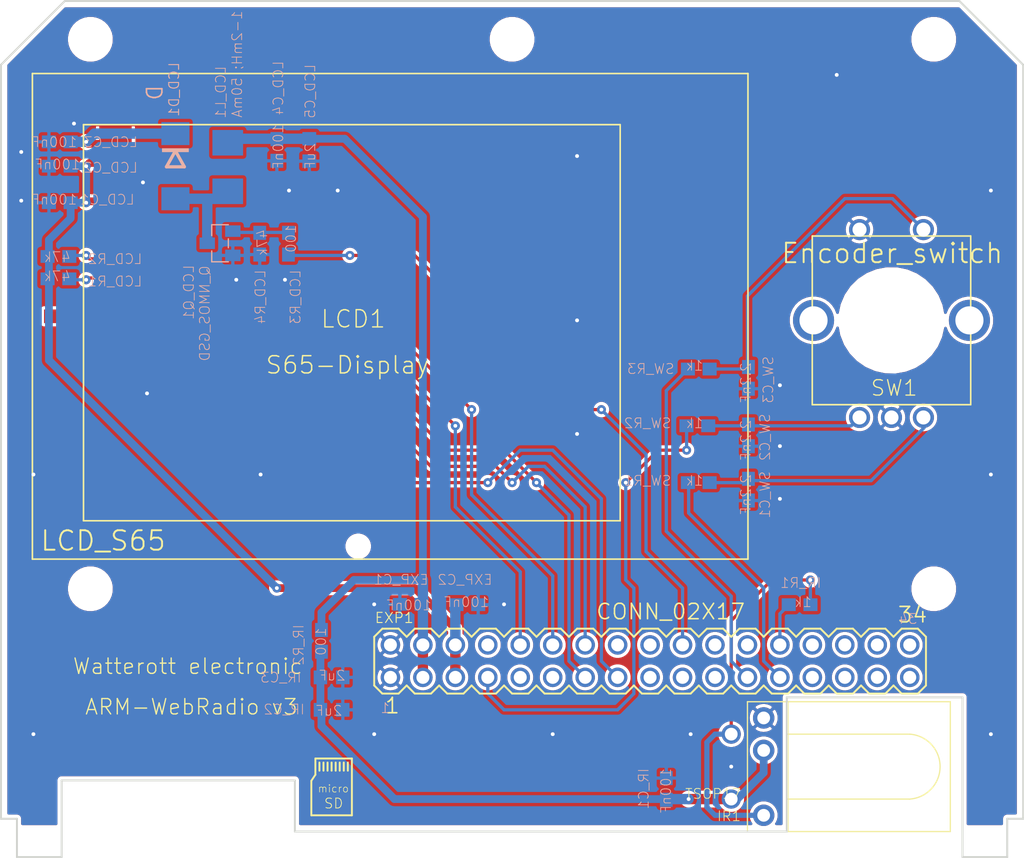
<source format=kicad_pcb>
(kicad_pcb (version 4) (host pcbnew 4.0.2-stable)
  (layers (0 Top signal hide) (31 Bottom signal hide) (34 B.Paste user) (35 F.Paste user) (36 B.SilkS user hide) (37 F.SilkS user) (38 B.Mask user) (39 F.Mask user) (44 Edge.Cuts user))
  (net 0 "")
  (net 1 GND)
  (net 2 +5V)
  (net 3 +3V3)
  (net 4 /ENC-B)
  (net 5 /LCD_SCK)
  (net 6 /LCD_DATA)
  (net 7 /LCD_CS)
  (net 8 /LCD_RESET)
  (net 9 /LCD_RS)
  (net 10 /ENC-SW)
  (net 11 /ENC-A)
  (net 12 /LCD_BACKLIGHT_PWM)
  (net 13 /IR_RX)
  (net 14 "Net-(IR1-PadVS)")
  (net 15 "Net-(IR1-PadVO)")
  (net 16 "Net-(LCD1-PadLED+)")
  (net 17 "Net-(LCD_D1-Pad2)")
  (net 18 "Net-(LCD_Q1-Pad1)")
  (net 19 "Net-(SW1-Pad1)")
  (net 20 "Net-(SW1-Pad3)")
  (net 21 "Net-(SW1-Pad5)")
  (module "" (layer Top) (at 115.5011 74.5036)
    (fp_text reference @HOLE0 hide)
    (fp_text value HOLE hide)
    (pad "" np_thru_hole circle (at 0 0) (size 3 3) (drill 3) (layers *.Cu))
  )
  (module "" (layer Top) (at 148.5011 74.5036)
    (fp_text reference @HOLE1 hide)
    (fp_text value HOLE hide)
    (pad "" np_thru_hole circle (at 0 0) (size 3 3) (drill 3) (layers *.Cu))
  )
  (module "" (layer Top) (at 178.1924 96.4986)
    (fp_text reference @HOLE2 hide)
    (fp_text value HOLE hide)
    (pad "" np_thru_hole circle (at 0 0) (size 7.8 7.8) (drill 7.8) (layers *.Cu))
  )
  (module "" (layer Top) (at 115.5011 117.5036)
    (fp_text reference @HOLE3 hide)
    (fp_text value HOLE hide)
    (pad "" np_thru_hole circle (at 0 0) (size 3 3) (drill 3) (layers *.Cu))
  )
  (module "" (layer Top) (at 181.5011 74.5036)
    (fp_text reference @HOLE4 hide)
    (fp_text value HOLE hide)
    (pad "" np_thru_hole circle (at 0 0) (size 3 3) (drill 3) (layers *.Cu))
  )
  (module "" (layer Top) (at 181.5011 117.5036)
    (fp_text reference @HOLE5 hide)
    (fp_text value HOLE hide)
    (pad "" np_thru_hole circle (at 0 0) (size 3 3) (drill 3) (layers *.Cu))
  )
  (module R0603 (layer Bottom) (at 128.75 90.5 90)
    (fp_text reference LCD_R4 (at -2 0.5 90) (layer B.SilkS) (effects (font (size 0.77216 0.77216) (thickness 0.061772)) (justify left bottom mirror)))
    (fp_text value 47k (at -1 -0.25 270) (layer B.SilkS) (effects (font (size 0.77216 0.77216) (thickness 0.061772)) (justify right top mirror)))
    (pad 1 smd rect (at -0.85 0 90) (size 1.1 1) (layers Bottom B.Paste B.Mask) (net 1 GND))
    (pad 2 smd rect (at 0.85 0 90) (size 1.1 1) (layers Bottom B.Paste B.Mask) (net 18 "Net-(LCD_Q1-Pad1)"))
  )
  (module C0603K (layer Bottom) (at 132.6311 83.1636 270)
    (fp_text reference LCD_C5 (at -2.4136 0.3811 450) (layer B.SilkS) (effects (font (size 0.77216 0.77216) (thickness 0.061772)) (justify right top mirror)))
    (fp_text value 2uF (at 1.5864 0.3811 270) (layer B.SilkS) (effects (font (size 0.77216 0.77216) (thickness 0.061772)) (justify right top mirror)))
    (pad 1 smd rect (at -0.875 0 270) (size 1.05 1.08) (layers Bottom B.Paste B.Mask) (net 2 +5V))
    (pad 2 smd rect (at 0.875 0 270) (size 1.05 1.08) (layers Bottom B.Paste B.Mask) (net 1 GND))
  )
  (module R0603 (layer Bottom) (at 163.1111 109.1986 180)
    (fp_text reference SW_R1 (at 2.1111 -0.3014 360) (layer B.SilkS) (effects (font (size 0.77216 0.77216) (thickness 0.061772)) (justify left bottom mirror)))
    (fp_text value 1k (at -0.3889 -0.3014 360) (layer B.SilkS) (effects (font (size 0.77216 0.77216) (thickness 0.061772)) (justify left bottom mirror)))
    (pad 1 smd rect (at -0.85 0 180) (size 1.1 1) (layers Bottom B.Paste B.Mask) (net 19 "Net-(SW1-Pad1)"))
    (pad 2 smd rect (at 0.85 0 180) (size 1.1 1) (layers Bottom B.Paste B.Mask) (net 11 /ENC-A))
  )
  (module R0603 (layer Bottom) (at 163 104.75)
    (fp_text reference SW_R2 (at -2 0.25 180) (layer B.SilkS) (effects (font (size 0.77216 0.77216) (thickness 0.061772)) (justify left bottom mirror)))
    (fp_text value 1k (at 0.5 0.25 180) (layer B.SilkS) (effects (font (size 0.77216 0.77216) (thickness 0.061772)) (justify left bottom mirror)))
    (pad 1 smd rect (at -0.85 0) (size 1.1 1) (layers Bottom B.Paste B.Mask) (net 4 /ENC-B))
    (pad 2 smd rect (at 0.85 0) (size 1.1 1) (layers Bottom B.Paste B.Mask) (net 20 "Net-(SW1-Pad3)"))
  )
  (module R0603 (layer Bottom) (at 163.1111 100.3086 180)
    (fp_text reference SW_R3 (at 1.8611 -0.4414 360) (layer B.SilkS) (effects (font (size 0.77216 0.77216) (thickness 0.061772)) (justify left bottom mirror)))
    (fp_text value 1k (at -0.3889 -0.1914 360) (layer B.SilkS) (effects (font (size 0.77216 0.77216) (thickness 0.061772)) (justify left bottom mirror)))
    (pad 1 smd rect (at -0.85 0 180) (size 1.1 1) (layers Bottom B.Paste B.Mask) (net 21 "Net-(SW1-Pad5)"))
    (pad 2 smd rect (at 0.85 0 180) (size 1.1 1) (layers Bottom B.Paste B.Mask) (net 10 /ENC-SW))
  )
  (module R0603 (layer Bottom) (at 131 90.5 90)
    (fp_text reference LCD_R3 (at -2 1 270) (layer B.SilkS) (effects (font (size 0.77216 0.77216) (thickness 0.061772)) (justify left bottom mirror)))
    (fp_text value 100 (at -0.75 -0.25 90) (layer B.SilkS) (effects (font (size 0.77216 0.77216) (thickness 0.061772)) (justify right top mirror)))
    (pad 1 smd rect (at -0.85 0 90) (size 1.1 1) (layers Bottom B.Paste B.Mask) (net 12 /LCD_BACKLIGHT_PWM))
    (pad 2 smd rect (at 0.85 0 90) (size 1.1 1) (layers Bottom B.Paste B.Mask) (net 18 "Net-(LCD_Q1-Pad1)"))
  )
  (module C0603 (layer Bottom) (at 113.1048 82.5286 180)
    (fp_text reference LCD_C3 (at -6.1452 -0.4714 360) (layer B.SilkS) (effects (font (size 0.77216 0.77216) (thickness 0.061772)) (justify left bottom mirror)))
    (fp_text value 100nF (at -1.3952 -0.4714 360) (layer B.SilkS) (effects (font (size 0.77216 0.77216) (thickness 0.061772)) (justify left bottom mirror)))
    (pad 1 smd rect (at -0.85 0 180) (size 1.1 1) (layers Bottom B.Paste B.Mask) (net 16 "Net-(LCD1-PadLED+)"))
    (pad 2 smd rect (at 0.85 0 180) (size 1.1 1) (layers Bottom B.Paste B.Mask) (net 1 GND))
  )
  (module C0603 (layer Bottom) (at 113.1049 87.2911 180)
    (fp_text reference LCD_C1 (at -5.8951 -0.2089 360) (layer B.SilkS) (effects (font (size 0.77216 0.77216) (thickness 0.061772)) (justify left bottom mirror)))
    (fp_text value 100nF (at -1.3951 -0.2089 360) (layer B.SilkS) (effects (font (size 0.77216 0.77216) (thickness 0.061772)) (justify left bottom mirror)))
    (pad 1 smd rect (at -0.85 0 180) (size 1.1 1) (layers Bottom B.Paste B.Mask) (net 3 +3V3))
    (pad 2 smd rect (at 0.85 0 180) (size 1.1 1) (layers Bottom B.Paste B.Mask) (net 1 GND))
  )
  (module R0603 (layer Bottom) (at 113 93.25 180)
    (fp_text reference LCD_R1 (at -2.25 0.25 180) (layer B.SilkS) (effects (font (size 0.77216 0.77216) (thickness 0.061772)) (justify right top mirror)))
    (fp_text value 47k (at -1 -0.25 180) (layer B.SilkS) (effects (font (size 0.77216 0.77216) (thickness 0.061772)) (justify left bottom mirror)))
    (pad 1 smd rect (at -0.85 0 180) (size 1.1 1) (layers Bottom B.Paste B.Mask) (net 8 /LCD_RESET))
    (pad 2 smd rect (at 0.85 0 180) (size 1.1 1) (layers Bottom B.Paste B.Mask) (net 3 +3V3))
  )
  (module R0603 (layer Bottom) (at 113 91.5 180)
    (fp_text reference LCD_R2 (at -2.25 0.25 180) (layer B.SilkS) (effects (font (size 0.77216 0.77216) (thickness 0.061772)) (justify right top mirror)))
    (fp_text value 47k (at -1 -0.5 180) (layer B.SilkS) (effects (font (size 0.77216 0.77216) (thickness 0.061772)) (justify left bottom mirror)))
    (pad 1 smd rect (at -0.85 0 180) (size 1.1 1) (layers Bottom B.Paste B.Mask) (net 7 /LCD_CS))
    (pad 2 smd rect (at 0.85 0 180) (size 1.1 1) (layers Bottom B.Paste B.Mask) (net 3 +3V3))
  )
  (module C0603 (layer Bottom) (at 145 118.75)
    (fp_text reference EXP_C2 (at 2 -1.5) (layer B.SilkS) (effects (font (size 0.77216 0.77216) (thickness 0.061772)) (justify left bottom mirror)))
    (fp_text value 100nF (at 1.75 0.25) (layer B.SilkS) (effects (font (size 0.77216 0.77216) (thickness 0.061772)) (justify left bottom mirror)))
    (pad 1 smd rect (at -0.85 0) (size 1.1 1) (layers Bottom B.Paste B.Mask) (net 3 +3V3))
    (pad 2 smd rect (at 0.85 0) (size 1.1 1) (layers Bottom B.Paste B.Mask) (net 1 GND))
  )
  (module C0603 (layer Bottom) (at 140.5686 118.7236 180)
    (fp_text reference EXP_C1 (at -1.4314 1.4736 360) (layer B.SilkS) (effects (font (size 0.77216 0.77216) (thickness 0.061772)) (justify left bottom mirror)))
    (fp_text value 100nF (at -1.6814 -0.5264 360) (layer B.SilkS) (effects (font (size 0.77216 0.77216) (thickness 0.061772)) (justify left bottom mirror)))
    (pad 1 smd rect (at -0.85 0 180) (size 1.1 1) (layers Bottom B.Paste B.Mask) (net 2 +5V))
    (pad 2 smd rect (at 0.85 0 180) (size 1.1 1) (layers Bottom B.Paste B.Mask) (net 1 GND))
  )
  (module C0603 (layer Bottom) (at 167 109.75 270)
    (fp_text reference SW_C1 (at -1.5 -1.75 270) (layer B.SilkS) (effects (font (size 0.77216 0.77216) (thickness 0.061772)) (justify left bottom mirror)))
    (fp_text value 2.2nF (at -1.25 -0.25 270) (layer B.SilkS) (effects (font (size 0.77216 0.77216) (thickness 0.061772)) (justify left bottom mirror)))
    (pad 1 smd rect (at -0.85 0 270) (size 1.1 1) (layers Bottom B.Paste B.Mask) (net 19 "Net-(SW1-Pad1)"))
    (pad 2 smd rect (at 0.85 0 270) (size 1.1 1) (layers Bottom B.Paste B.Mask) (net 1 GND))
  )
  (module C0603 (layer Bottom) (at 167 105.5 270)
    (fp_text reference SW_C2 (at -1.75 -1.75 270) (layer B.SilkS) (effects (font (size 0.77216 0.77216) (thickness 0.061772)) (justify left bottom mirror)))
    (fp_text value 2.2nF (at -1.25 -0.25 270) (layer B.SilkS) (effects (font (size 0.77216 0.77216) (thickness 0.061772)) (justify left bottom mirror)))
    (pad 1 smd rect (at -0.85 0 270) (size 1.1 1) (layers Bottom B.Paste B.Mask) (net 20 "Net-(SW1-Pad3)"))
    (pad 2 smd rect (at 0.85 0 270) (size 1.1 1) (layers Bottom B.Paste B.Mask) (net 1 GND))
  )
  (module C0603 (layer Bottom) (at 167 101 270)
    (fp_text reference SW_C3 (at -1.75 -2 270) (layer B.SilkS) (effects (font (size 0.77216 0.77216) (thickness 0.061772)) (justify left bottom mirror)))
    (fp_text value 2.2nF (at -1.25 -0.25 270) (layer B.SilkS) (effects (font (size 0.77216 0.77216) (thickness 0.061772)) (justify left bottom mirror)))
    (pad 1 smd rect (at -0.85 0 270) (size 1.1 1) (layers Bottom B.Paste B.Mask) (net 21 "Net-(SW1-Pad5)"))
    (pad 2 smd rect (at 0.85 0 270) (size 1.1 1) (layers Bottom B.Paste B.Mask) (net 1 GND))
  )
  (module C0603 (layer Bottom) (at 113.1049 84.4336 180)
    (fp_text reference LCD_C2 (at -6.1451 -0.5664 360) (layer B.SilkS) (effects (font (size 0.77216 0.77216) (thickness 0.061772)) (justify left bottom mirror)))
    (fp_text value 100nF (at -1.6451 -0.3164 360) (layer B.SilkS) (effects (font (size 0.77216 0.77216) (thickness 0.061772)) (justify left bottom mirror)))
    (pad 1 smd rect (at -0.85 0 180) (size 1.1 1) (layers Bottom B.Paste B.Mask) (net 3 +3V3))
    (pad 2 smd rect (at 0.85 0 180) (size 1.1 1) (layers Bottom B.Paste B.Mask) (net 1 GND))
  )
  (module C0603 (layer Bottom) (at 130.0911 83.1636 270)
    (fp_text reference LCD_C4 (at -2.6636 0.3411 450) (layer B.SilkS) (effects (font (size 0.77216 0.77216) (thickness 0.061772)) (justify right top mirror)))
    (fp_text value 100nF (at 1.5864 0.3411 270) (layer B.SilkS) (effects (font (size 0.77216 0.77216) (thickness 0.061772)) (justify right top mirror)))
    (pad 1 smd rect (at -0.85 0 270) (size 1.1 1) (layers Bottom B.Paste B.Mask) (net 2 +5V))
    (pad 2 smd rect (at 0.85 0 270) (size 1.1 1) (layers Bottom B.Paste B.Mask) (net 1 GND))
  )
  (module L4532M (layer Bottom) (at 126.25 84.5 270)
    (fp_text reference LCD_L1 (at -3.75 1 450) (layer B.SilkS) (effects (font (size 0.77216 0.77216) (thickness 0.061772)) (justify right top mirror)))
    (fp_text value "1-2mH; 50mA" (at -3.8164 -0.2811 450) (layer B.SilkS) (effects (font (size 0.77216 0.77216) (thickness 0.061772)) (justify right top mirror)))
    (pad 1 smd rect (at -1.9 0 270) (size 2 2.4) (layers Bottom B.Paste B.Mask) (net 2 +5V))
    (pad 2 smd rect (at 1.9 0 270) (size 2 2.4) (layers Bottom B.Paste B.Mask) (net 17 "Net-(LCD_D1-Pad2)"))
  )
  (module C0603K (layer Bottom) (at 134.3774 126.9786)
    (fp_text reference IR_C2 (at -5.3774 -0.4786) (layer B.SilkS) (effects (font (size 0.77216 0.77216) (thickness 0.061772)) (justify right top mirror)))
    (fp_text value 2uF (at 0.8726 0.5214) (layer B.SilkS) (effects (font (size 0.77216 0.77216) (thickness 0.061772)) (justify left bottom mirror)))
    (pad 1 smd rect (at -0.875 0) (size 1.05 1.08) (layers Bottom B.Paste B.Mask) (net 14 "Net-(IR1-PadVS)"))
    (pad 2 smd rect (at 0.875 0) (size 1.05 1.08) (layers Bottom B.Paste B.Mask) (net 1 GND))
  )
  (module R0603 (layer Bottom) (at 171 118.75)
    (fp_text reference IR_R1 (at 1.75 -1.25 180) (layer B.SilkS) (effects (font (size 0.77216 0.77216) (thickness 0.061772)) (justify left bottom mirror)))
    (fp_text value 1k (at 1 0.25 180) (layer B.SilkS) (effects (font (size 0.77216 0.77216) (thickness 0.061772)) (justify left bottom mirror)))
    (pad 1 smd rect (at -0.85 0) (size 1.1 1) (layers Bottom B.Paste B.Mask) (net 13 /IR_RX))
    (pad 2 smd rect (at 0.85 0) (size 1.1 1) (layers Bottom B.Paste B.Mask) (net 15 "Net-(IR1-PadVO)"))
  )
  (module R0603 (layer Bottom) (at 133.5837 121.5811 90)
    (fp_text reference IR_R2 (at 1.3311 -1.3337 90) (layer B.SilkS) (effects (font (size 0.77216 0.77216) (thickness 0.061772)) (justify left bottom mirror)))
    (fp_text value 100 (at 1.0811 0.4163 90) (layer B.SilkS) (effects (font (size 0.77216 0.77216) (thickness 0.061772)) (justify left bottom mirror)))
    (pad 1 smd rect (at -0.85 0 90) (size 1.1 1) (layers Bottom B.Paste B.Mask) (net 14 "Net-(IR1-PadVS)"))
    (pad 2 smd rect (at 0.85 0 90) (size 1.1 1) (layers Bottom B.Paste B.Mask) (net 2 +5V))
  )
  (module C0603 (layer Bottom) (at 160.5711 133.1698 90)
    (fp_text reference IR_C1 (at 1.6698 -1.3211 270) (layer B.SilkS) (effects (font (size 0.77216 0.77216) (thickness 0.061772)) (justify left bottom mirror)))
    (fp_text value 100nF (at 1.6698 0.4289 270) (layer B.SilkS) (effects (font (size 0.77216 0.77216) (thickness 0.061772)) (justify left bottom mirror)))
    (pad 1 smd rect (at -0.85 0 90) (size 1.1 1) (layers Bottom B.Paste B.Mask) (net 14 "Net-(IR1-PadVS)"))
    (pad 2 smd rect (at 0.85 0 90) (size 1.1 1) (layers Bottom B.Paste B.Mask) (net 1 GND))
  )
  (module TSOP17 (layer Top) (at 168.1911 131.4236)
    (fp_text reference IR1 (at -3.6911 4.3264) (layer F.SilkS) (effects (font (size 0.77216 0.77216) (thickness 0.061772)) (justify left bottom)))
    (fp_text value TSOP17 (at -6.1911 2.5764) (layer F.SilkS) (effects (font (size 0.77216 0.77216) (thickness 0.061772)) (justify left bottom)))
    (pad GND thru_hole circle (at 0 -3.81) (size 1.6764 1.6764) (drill 1) (layers *.Cu *.Mask) (net 1 GND))
    (pad VS thru_hole circle (at 0 -1.27) (size 1.6764 1.6764) (drill 1) (layers *.Cu *.Mask) (net 14 "Net-(IR1-PadVS)"))
    (pad VO thru_hole circle (at 0 3.81) (size 1.6764 1.6764) (drill 1) (layers *.Cu *.Mask) (net 15 "Net-(IR1-PadVO)"))
  )
  (module C0603K (layer Bottom) (at 134.3774 124.4386)
    (fp_text reference IR_C3 (at -5.6274 -0.4386) (layer B.SilkS) (effects (font (size 0.77216 0.77216) (thickness 0.061772)) (justify right top mirror)))
    (fp_text value 2uF (at 1.1226 0.3114) (layer B.SilkS) (effects (font (size 0.77216 0.77216) (thickness 0.061772)) (justify left bottom mirror)))
    (pad 1 smd rect (at -0.875 0) (size 1.05 1.08) (layers Bottom B.Paste B.Mask) (net 14 "Net-(IR1-PadVS)"))
    (pad 2 smd rect (at 0.875 0) (size 1.05 1.08) (layers Bottom B.Paste B.Mask) (net 1 GND))
  )
  (module MICRO3 (layer Bottom) (at 125.6461 90.4661 270)
    (fp_text reference LCD_Q1 (at 6.0339 2.8961 270) (layer B.SilkS) (effects (font (size 0.77216 0.77216) (thickness 0.061772)) (justify right top mirror)))
    (fp_text value Q_NMOS_GSD (at 9.2839 1.6461 270) (layer B.SilkS) (effects (font (size 0.77216 0.77216) (thickness 0.061772)) (justify right top mirror)))
    (pad 1 smd rect (at -0.95 -1 270) (size 0.9 1.2) (layers Bottom B.Paste B.Mask) (net 18 "Net-(LCD_Q1-Pad1)"))
    (pad 2 smd rect (at 0.95 -1 270) (size 0.9 1.2) (layers Bottom B.Paste B.Mask) (net 1 GND))
    (pad 3 smd rect (at 0 1 270) (size 0.9 1.2) (layers Bottom B.Paste B.Mask) (net 17 "Net-(LCD_D1-Pad2)"))
  )
  (module MA17-2 (layer Top) (at 159.3011 123.1685)
    (fp_text reference EXP1 (at -21.59 -2.921) (layer F.SilkS) (effects (font (size 0.79629 0.79629) (thickness 0.079629)) (justify left bottom)))
    (fp_text value CONN_02X17 (at -4.3011 -3.1685) (layer F.SilkS) (effects (font (size 1.2065 1.2065) (thickness 0.12065)) (justify left bottom)))
    (fp_text user 1 (at -20.828 4.191) (layer F.SilkS) (effects (font (size 1.2065 1.2065) (thickness 0.127)) (justify left bottom)))
    (fp_text user 34 (at 19.304 -2.921) (layer F.SilkS) (effects (font (size 1.2065 1.2065) (thickness 0.127)) (justify left bottom)))
    (pad 1 thru_hole circle (at -20.32 1.27) (size 1.524 1.524) (drill 1.016) (layers *.Cu *.Mask) (net 1 GND))
    (pad 3 thru_hole circle (at -17.78 1.27) (size 1.524 1.524) (drill 1.016) (layers *.Cu *.Mask) (net 2 +5V))
    (pad 5 thru_hole circle (at -15.24 1.27) (size 1.524 1.524) (drill 1.016) (layers *.Cu *.Mask) (net 3 +3V3))
    (pad 7 thru_hole circle (at -12.7 1.27) (size 1.524 1.524) (drill 1.016) (layers *.Cu *.Mask) (net 4 /ENC-B))
    (pad 9 thru_hole circle (at -10.16 1.27) (size 1.524 1.524) (drill 1.016) (layers *.Cu *.Mask))
    (pad 11 thru_hole circle (at -7.62 1.27) (size 1.524 1.524) (drill 1.016) (layers *.Cu *.Mask))
    (pad 2 thru_hole circle (at -20.32 -1.27) (size 1.524 1.524) (drill 1.016) (layers *.Cu *.Mask) (net 1 GND))
    (pad 4 thru_hole circle (at -17.78 -1.27) (size 1.524 1.524) (drill 1.016) (layers *.Cu *.Mask) (net 2 +5V))
    (pad 6 thru_hole circle (at -15.24 -1.27) (size 1.524 1.524) (drill 1.016) (layers *.Cu *.Mask) (net 3 +3V3))
    (pad 8 thru_hole circle (at -12.7 -1.27) (size 1.524 1.524) (drill 1.016) (layers *.Cu *.Mask))
    (pad 10 thru_hole circle (at -10.16 -1.27) (size 1.524 1.524) (drill 1.016) (layers *.Cu *.Mask) (net 5 /LCD_SCK))
    (pad 12 thru_hole circle (at -7.62 -1.27) (size 1.524 1.524) (drill 1.016) (layers *.Cu *.Mask) (net 6 /LCD_DATA))
    (pad 13 thru_hole circle (at -5.08 1.27) (size 1.524 1.524) (drill 1.016) (layers *.Cu *.Mask) (net 7 /LCD_CS))
    (pad 14 thru_hole circle (at -5.08 -1.27) (size 1.524 1.524) (drill 1.016) (layers *.Cu *.Mask) (net 8 /LCD_RESET))
    (pad 15 thru_hole circle (at -2.54 1.27) (size 1.524 1.524) (drill 1.016) (layers *.Cu *.Mask) (net 9 /LCD_RS))
    (pad 17 thru_hole circle (at 0 1.27) (size 1.524 1.524) (drill 1.016) (layers *.Cu *.Mask))
    (pad 19 thru_hole circle (at 2.54 1.27) (size 1.524 1.524) (drill 1.016) (layers *.Cu *.Mask))
    (pad 21 thru_hole circle (at 5.08 1.27) (size 1.524 1.524) (drill 1.016) (layers *.Cu *.Mask))
    (pad 23 thru_hole circle (at 7.62 1.27) (size 1.524 1.524) (drill 1.016) (layers *.Cu *.Mask) (net 10 /ENC-SW))
    (pad 25 thru_hole circle (at 10.16 1.27) (size 1.524 1.524) (drill 1.016) (layers *.Cu *.Mask) (net 11 /ENC-A))
    (pad 16 thru_hole circle (at -2.54 -1.27) (size 1.524 1.524) (drill 1.016) (layers *.Cu *.Mask))
    (pad 18 thru_hole circle (at 0 -1.27) (size 1.524 1.524) (drill 1.016) (layers *.Cu *.Mask))
    (pad 20 thru_hole circle (at 2.54 -1.27) (size 1.524 1.524) (drill 1.016) (layers *.Cu *.Mask) (net 12 /LCD_BACKLIGHT_PWM))
    (pad 22 thru_hole circle (at 5.08 -1.27) (size 1.524 1.524) (drill 1.016) (layers *.Cu *.Mask))
    (pad 24 thru_hole circle (at 7.62 -1.27) (size 1.524 1.524) (drill 1.016) (layers *.Cu *.Mask))
    (pad 26 thru_hole circle (at 10.16 -1.27) (size 1.524 1.524) (drill 1.016) (layers *.Cu *.Mask) (net 13 /IR_RX))
    (pad 27 thru_hole circle (at 12.7 1.27) (size 1.524 1.524) (drill 1.016) (layers *.Cu *.Mask))
    (pad 28 thru_hole circle (at 12.7 -1.27) (size 1.524 1.524) (drill 1.016) (layers *.Cu *.Mask))
    (pad 29 thru_hole circle (at 15.24 1.27) (size 1.524 1.524) (drill 1.016) (layers *.Cu *.Mask))
    (pad 31 thru_hole circle (at 17.78 1.27) (size 1.524 1.524) (drill 1.016) (layers *.Cu *.Mask))
    (pad 33 thru_hole circle (at 20.32 1.27) (size 1.524 1.524) (drill 1.016) (layers *.Cu *.Mask))
    (pad 30 thru_hole circle (at 15.24 -1.27) (size 1.524 1.524) (drill 1.016) (layers *.Cu *.Mask))
    (pad 32 thru_hole circle (at 17.78 -1.27) (size 1.524 1.524) (drill 1.016) (layers *.Cu *.Mask))
    (pad 34 thru_hole circle (at 20.32 -1.27) (size 1.524 1.524) (drill 1.016) (layers *.Cu *.Mask))
  )
  (module main:via (layer Top) (at 126.9161 93.3236)
    (fp_text reference V1 hide)
    (fp_text value via hide)
    (pad 1 thru_hole circle (at 0 0) (size 0.7 7) (drill 0.3) (layers *.Cu) (net 1 GND))
  )
  (module main:via (layer Top) (at 130.7261 93.3236)
    (fp_text reference V2 hide)
    (fp_text value via hide)
    (pad 1 thru_hole circle (at 0 0) (size 0.7 7) (drill 0.3) (layers *.Cu) (net 1 GND))
  )
  (module main:via (layer Top) (at 119.6136 85.7036)
    (fp_text reference V3 hide)
    (fp_text value via hide)
    (pad 1 thru_hole circle (at 0 0) (size 0.7 7) (drill 0.3) (layers *.Cu) (net 1 GND))
  )
  (module main:via (layer Top) (at 131.0436 86.3386)
    (fp_text reference V4 hide)
    (fp_text value via hide)
    (pad 1 thru_hole circle (at 0 0) (size 0.7 7) (drill 0.3) (layers *.Cu) (net 1 GND))
  )
  (module main:via (layer Top) (at 165.6511 131.4236)
    (fp_text reference V5 hide)
    (fp_text value via hide)
    (pad 1 thru_hole circle (at 0 0) (size 0.7 7) (drill 0.3) (layers *.Cu) (net 1 GND))
  )
  (module main:via (layer Top) (at 147.8711 118.7236)
    (fp_text reference V6 hide)
    (fp_text value via hide)
    (pad 1 thru_hole circle (at 0 0) (size 0.7 7) (drill 0.3) (layers *.Cu) (net 1 GND))
  )
  (module main:via (layer Top) (at 137.7111 118.7236)
    (fp_text reference V7 hide)
    (fp_text value via hide)
    (pad 1 thru_hole circle (at 0 0) (size 0.7 7) (drill 0.3) (layers *.Cu) (net 1 GND))
  )
  (module main:via (layer Top) (at 169.4611 101.5786)
    (fp_text reference V8 hide)
    (fp_text value via hide)
    (pad 1 thru_hole circle (at 0 0) (size 0.7 7) (drill 0.3) (layers *.Cu) (net 1 GND))
  )
  (module main:via (layer Top) (at 169.4611 106.3411)
    (fp_text reference V9 hide)
    (fp_text value via hide)
    (pad 1 thru_hole circle (at 0 0) (size 0.7 7) (drill 0.3) (layers *.Cu) (net 1 GND))
  )
  (module main:via (layer Top) (at 169.4611 110.4686)
    (fp_text reference V10 hide)
    (fp_text value via hide)
    (pad 1 thru_hole circle (at 0 0) (size 0.7 7) (drill 0.3) (layers *.Cu) (net 1 GND))
  )
  (module main:via (layer Top) (at 110.0886 83.3224)
    (fp_text reference V11 hide)
    (fp_text value via hide)
    (pad 1 thru_hole circle (at 0 0) (size 0.7 7) (drill 0.3) (layers *.Cu) (net 1 GND))
  )
  (module main:via (layer Top) (at 110.0886 87.1324)
    (fp_text reference V12 hide)
    (fp_text value via hide)
    (pad 1 thru_hole circle (at 0 0) (size 0.7 7) (drill 0.3) (layers *.Cu) (net 1 GND))
  )
  (module main:via (layer Top) (at 134.8536 86.3386)
    (fp_text reference V13 hide)
    (fp_text value via hide)
    (pad 1 thru_hole circle (at 0 0) (size 0.7 7) (drill 0.3) (layers *.Cu) (net 1 GND))
  )
  (module main:via (layer Top) (at 173.9061 77.2899)
    (fp_text reference V14 hide)
    (fp_text value via hide)
    (pad 1 thru_hole circle (at 0 0) (size 0.7 7) (drill 0.3) (layers *.Cu) (net 1 GND))
  )
  (module main:via (layer Top) (at 119.9311 102.2136)
    (fp_text reference V15 hide)
    (fp_text value via hide)
    (pad 1 thru_hole circle (at 0 0) (size 0.7 7) (drill 0.3) (layers *.Cu) (net 1 GND))
  )
  (module main:via (layer Top) (at 137.7111 128.8836)
    (fp_text reference V16 hide)
    (fp_text value via hide)
    (pad 1 thru_hole circle (at 0 0) (size 0.7 7) (drill 0.3) (layers *.Cu) (net 1 GND))
  )
  (module main:via (layer Top) (at 162.4761 128.8836)
    (fp_text reference V17 hide)
    (fp_text value via hide)
    (pad 1 thru_hole circle (at 0 0) (size 0.7 7) (drill 0.3) (layers *.Cu) (net 1 GND))
  )
  (module main:via (layer Top) (at 111.0411 128.8836)
    (fp_text reference V18 hide)
    (fp_text value via hide)
    (pad 1 thru_hole circle (at 0 0) (size 0.7 7) (drill 0.3) (layers *.Cu) (net 1 GND))
  )
  (module main:via (layer Top) (at 111.0411 108.5636)
    (fp_text reference V19 hide)
    (fp_text value via hide)
    (pad 1 thru_hole circle (at 0 0) (size 0.7 7) (drill 0.3) (layers *.Cu) (net 1 GND))
  )
  (module main:via (layer Top) (at 185.9711 86.3386)
    (fp_text reference V20 hide)
    (fp_text value via hide)
    (pad 1 thru_hole circle (at 0 0) (size 0.7 7) (drill 0.3) (layers *.Cu) (net 1 GND))
  )
  (module main:via (layer Top) (at 185.9711 108.5636)
    (fp_text reference V21 hide)
    (fp_text value via hide)
    (pad 1 thru_hole circle (at 0 0) (size 0.7 7) (drill 0.3) (layers *.Cu) (net 1 GND))
  )
  (module main:via (layer Top) (at 185.9711 128.8836)
    (fp_text reference V22 hide)
    (fp_text value via hide)
    (pad 1 thru_hole circle (at 0 0) (size 0.7 7) (drill 0.3) (layers *.Cu) (net 1 GND))
  )
  (module main:via (layer Top) (at 128.8211 108.5636)
    (fp_text reference V23 hide)
    (fp_text value via hide)
    (pad 1 thru_hole circle (at 0 0) (size 0.7 7) (drill 0.3) (layers *.Cu) (net 1 GND))
  )
  (module main:via (layer Top) (at 153.5861 96.4986)
    (fp_text reference V24 hide)
    (fp_text value via hide)
    (pad 1 thru_hole circle (at 0 0) (size 0.7 7) (drill 0.3) (layers *.Cu) (net 1 GND))
  )
  (module main:via (layer Top) (at 153.5861 83.6399)
    (fp_text reference V25 hide)
    (fp_text value via hide)
    (pad 1 thru_hole circle (at 0 0) (size 0.7 7) (drill 0.3) (layers *.Cu) (net 1 GND))
  )
  (module main:via (layer Top) (at 153.5861 105.3886)
    (fp_text reference V26 hide)
    (fp_text value via hide)
    (pad 1 thru_hole circle (at 0 0) (size 0.7 7) (drill 0.3) (layers *.Cu) (net 1 GND))
  )
  (module main:via (layer Top) (at 114.2161 81.0999)
    (fp_text reference V27 hide)
    (fp_text value via hide)
    (pad 1 thru_hole circle (at 0 0) (size 0.7 7) (drill 0.3) (layers *.Cu) (net 1 GND))
  )
  (module main:via (layer Top) (at 151.6811 128.8836)
    (fp_text reference V28 hide)
    (fp_text value via hide)
    (pad 1 thru_hole circle (at 0 0) (size 0.7 7) (drill 0.3) (layers *.Cu) (net 1 GND))
  )
  (module exp:DO214AA (layer Bottom) (at 122.1536 84.4336 270)
    (fp_text reference LCD_D1 (at -8.1836 -0.3464 450) (layer B.SilkS) (effects (font (size 0.77216 0.77216) (thickness 0.077216)) (justify left bottom mirror)))
    (fp_text value D (at -6.4336 0.9036 270) (layer B.SilkS) (effects (font (size 1.2065 1.2065) (thickness 0.127)) (justify left bottom mirror)))
    (pad 1 smd rect (at -2.55 0 270) (size 1.8 2.2) (layers Bottom B.Paste B.Mask) (net 16 "Net-(LCD1-PadLED+)"))
    (pad 2 smd rect (at 2.55 0 270) (size 1.8 2.2) (layers Bottom B.Paste B.Mask) (net 17 "Net-(LCD_D1-Pad2)"))
  )
  (module exp:S65 (layer Top) (at 110.9611 115.1836)
    (fp_text reference LCD1 (at 22.5 -18) (layer F.SilkS) (effects (font (size 1.35128 1.35128) (thickness 0.108102)) (justify left bottom)))
    (fp_text value LCD_S65 (at 5.5389 -1.4336) (layer F.SilkS))
    (pad RS smd rect (at 6.5 -20.5) (size 2.54 0.9652) (layers Top F.Paste F.Mask) (net 9 /LCD_RS))
    (pad RST smd rect (at 6.5 -22) (size 2.54 0.9652) (layers Top F.Paste F.Mask) (net 8 /LCD_RESET))
    (pad CS smd rect (at 6.5 -23.5) (size 2.54 0.9652) (layers Top F.Paste F.Mask) (net 7 /LCD_CS))
    (pad CLK smd rect (at 6.5 -25) (size 2.54 0.9652) (layers Top F.Paste F.Mask) (net 5 /LCD_SCK))
    (pad DATA smd rect (at 6.5 -26.5) (size 2.54 0.9652) (layers Top F.Paste F.Mask) (net 6 /LCD_DATA))
    (pad 2V9 smd rect (at 6.5 -28) (size 2.54 0.9652) (layers Top F.Paste F.Mask) (net 3 +3V3))
    (pad GND smd rect (at 6.5 -29.5) (size 2.54 0.9652) (layers Top F.Paste F.Mask) (net 1 GND))
    (pad 1V8 smd rect (at 6.5 -31) (size 2.54 0.9652) (layers Top F.Paste F.Mask) (net 3 +3V3))
    (pad LED+ smd rect (at 6.5 -32.5) (size 2.54 0.9652) (layers Top F.Paste F.Mask) (net 16 "Net-(LCD1-PadLED+)"))
    (pad LED- smd rect (at 6.5 -34) (size 2.54 0.9652) (layers Top F.Paste F.Mask) (net 1 GND))
    (pad NC1 smd rect (at 2 -19) (size 2.1844 1.0668) (layers Top F.Paste F.Mask))
    (pad NC2 smd rect (at 2 -35.5) (size 2.1844 1.0668) (layers Top F.Paste F.Mask))
    (pad "" np_thru_hole circle (at 25.5 -1) (size 1.5 1.5) (drill 1.5) (layers *.Cu))
  )
  (module exp:ALPS_EC12E_SW (layer Top) (at 178.1924 96.4986)
    (fp_text reference SW1 (at -1.6924 6.0014) (layer F.SilkS) (effects (font (size 1.2065 1.2065) (thickness 0.09652)) (justify left bottom)))
    (fp_text value Encoder_switch (at 0.0576 -5.2486) (layer F.SilkS))
    (pad 3 thru_hole circle (at -2.5 7.6) (size 1.65 1.65) (drill 1.1) (layers *.Cu *.Mask) (net 20 "Net-(SW1-Pad3)"))
    (pad 2 thru_hole circle (at 0 7.6) (size 1.65 1.65) (drill 1.1) (layers *.Cu *.Mask) (net 1 GND))
    (pad 1 thru_hole circle (at 2.5 7.6) (size 1.65 1.65) (drill 1.1) (layers *.Cu *.Mask) (net 19 "Net-(SW1-Pad1)"))
    (pad 4 thru_hole circle (at -2.5 -7.1) (size 1.65 1.65) (drill 1.1) (layers *.Cu *.Mask) (net 1 GND))
    (pad 5 thru_hole circle (at 2.5 -7.1) (size 1.65 1.65) (drill 1.1) (layers *.Cu *.Mask) (net 21 "Net-(SW1-Pad5)"))
    (pad GND1 thru_hole circle (at -6.1 0) (size 3.216 3.216) (drill 2.2) (layers *.Cu *.Mask))
    (pad GND2 thru_hole circle (at 6.1 0) (size 3.216 3.216) (drill 2.2) (layers *.Cu *.Mask))
  )
  (gr_line (start 188.5011 135.5036) (end 188.5011 76.5036) (layer Edge.Cuts) (width 0.15))
  (gr_line (start 108.5011 76.5036) (end 108.5011 135.5036) (layer Edge.Cuts) (width 0.15))
  (gr_line (start 113.5011 71.5036) (end 183.5011 71.5036) (layer Edge.Cuts) (width 0.15))
  (gr_line (start 108.5011 76.5036) (end 113.5011 71.5036) (layer Edge.Cuts) (width 0.15))
  (gr_line (start 188.5011 135.5036) (end 187.2511 135.5036) (layer Edge.Cuts) (width 0.15))
  (gr_line (start 187.2511 135.5036) (end 187.2511 138.5036) (layer Edge.Cuts) (width 0.15))
  (gr_line (start 187.2511 138.5036) (end 183.7511 138.5036) (layer Edge.Cuts) (width 0.15))
  (gr_line (start 183.7511 138.5036) (end 183.7511 126.0036) (layer Edge.Cuts) (width 0.15))
  (gr_line (start 183.7511 126.0036) (end 170.0011 126.0036) (layer Edge.Cuts) (width 0.15))
  (gr_line (start 170.0011 126.0036) (end 170.0011 136.5036) (layer Edge.Cuts) (width 0.15))
  (gr_line (start 170.0011 136.5036) (end 131.5011 136.5036) (layer Edge.Cuts) (width 0.15))
  (gr_line (start 131.5011 136.5036) (end 131.5011 132.5036) (layer Edge.Cuts) (width 0.15))
  (gr_line (start 131.5011 132.5036) (end 113.2511 132.5036) (layer Edge.Cuts) (width 0.15))
  (gr_line (start 113.2511 132.5036) (end 113.2511 138.5036) (layer Edge.Cuts) (width 0.15))
  (gr_line (start 113.2511 138.5036) (end 109.7511 138.5036) (layer Edge.Cuts) (width 0.15))
  (gr_line (start 109.7511 138.5036) (end 109.7511 135.5036) (layer Edge.Cuts) (width 0.15))
  (gr_line (start 109.7511 135.5036) (end 108.5011 135.5036) (layer Edge.Cuts) (width 0.15))
  (gr_line (start 188.5011 76.5036) (end 183.5011 71.5036) (layer Edge.Cuts) (width 0.15))
  (gr_line (start 132.7898 135.2336) (end 135.9648 135.2336) (layer F.SilkS) (width 0.15))
  (gr_line (start 135.9648 135.2336) (end 135.9648 130.7886) (layer F.SilkS) (width 0.15))
  (gr_line (start 135.9648 130.7886) (end 133.1073 130.7885) (layer F.SilkS) (width 0.15))
  (gr_line (start 133.1073 130.7885) (end 133.1073 132.0585) (layer F.SilkS) (width 0.15))
  (gr_line (start 133.1073 132.0585) (end 132.7898 132.5348) (layer F.SilkS) (width 0.15))
  (gr_line (start 132.7898 132.5348) (end 132.7898 135.2336) (layer F.SilkS) (width 0.15))
  (gr_line (start 133.7424 131.1061) (end 133.7424 131.7411) (layer F.SilkS) (width 0.15))
  (gr_line (start 134.0598 131.1061) (end 134.0598 131.7411) (layer F.SilkS) (width 0.15))
  (gr_line (start 134.3773 131.1061) (end 134.3773 131.7411) (layer F.SilkS) (width 0.15))
  (gr_line (start 134.6948 131.1061) (end 134.6948 131.7411) (layer F.SilkS) (width 0.15))
  (gr_line (start 135.0123 131.1061) (end 135.0123 131.7411) (layer F.SilkS) (width 0.15))
  (gr_line (start 133.4249 131.1061) (end 133.4249 131.7411) (layer F.SilkS) (width 0.15))
  (gr_line (start 135.3298 131.1061) (end 135.3298 131.7411) (layer F.SilkS) (width 0.15))
  (gr_line (start 135.6473 131.1061) (end 135.6473 131.7411) (layer F.SilkS) (width 0.15))
  (gr_text "ARM-WebRadio v3" (at 115.0099 127.4548) (layer F.SilkS) (effects (font (size 1.2065 1.2065) (thickness 0.1016)) (justify left bottom)))
  (gr_text 1 (at 138.9812 127.2961) (layer B.SilkS) (effects (font (size 0.77216 0.77216) (thickness 0.065024)) (justify left bottom mirror)))
  (gr_text 34 (at 180.2561 120.311) (layer B.SilkS) (effects (font (size 0.77216 0.77216) (thickness 0.065024)) (justify left bottom mirror)))
  (gr_text "Watterott electronic" (at 114.0574 124.2798) (layer F.SilkS) (effects (font (size 1.2065 1.2065) (thickness 0.1016)) (justify left bottom)))
  (gr_text SD (at 133.7423 134.7573) (layer F.SilkS) (effects (font (size 0.77216 0.77216) (thickness 0.065024)) (justify left bottom)))
  (gr_text micro (at 133.2661 133.4874) (layer F.SilkS) (effects (font (size 0.57912 0.57912) (thickness 0.048768)) (justify left bottom)))
  (gr_text S65-Display (at 129.1386 100.7848) (layer F.SilkS) (effects (font (size 1.35128 1.35128) (thickness 0.113792)) (justify left bottom)))
  (segment (start 141.5211 116.8186) (end 141.5211 118.7236) (width 0.8128) (layer Bottom) (net 2))
  (segment (start 141.5211 116.8186) (end 141.5211 88.4023) (width 0.6096) (layer Bottom) (net 2))
  (segment (start 141.5211 118.7236) (end 141.4186 118.7236) (width 0.4064) (layer Bottom) (net 2))
  (segment (start 133.5837 120.7311) (end 133.5837 119.3585) (width 0.6096) (layer Bottom) (net 2))
  (segment (start 133.5837 119.3585) (end 136.1236 116.8186) (width 0.6096) (layer Bottom) (net 2))
  (segment (start 136.1236 116.8186) (end 141.5211 116.8186) (width 0.6096) (layer Bottom) (net 2))
  (segment (start 132.6311 82.2886) (end 129.7736 82.2886) (width 0.8128) (layer Bottom) (net 2))
  (segment (start 135.4074 82.2886) (end 132.6311 82.2886) (width 0.6096) (layer Bottom) (net 2))
  (segment (start 141.5211 88.4023) (end 135.4074 82.2886) (width 0.6096) (layer Bottom) (net 2))
  (segment (start 141.5211 121.8985) (end 141.5211 124.4385) (width 0.8128) (layer Top) (net 2))
  (segment (start 141.5211 118.8261) (end 141.5211 121.8985) (width 0.8128) (layer Bottom) (net 2))
  (segment (start 141.4186 118.7236) (end 141.5211 118.8261) (width 0.6096) (layer Bottom) (net 2))
  (segment (start 129.7736 82.2886) (end 130.0911 82.2886) (width 0.4064) (layer Bottom) (net 2))
  (segment (start 130.0911 82.2886) (end 130.0911 82.3136) (width 0.4064) (layer Bottom) (net 2))
  (segment (start 129.7736 82.2886) (end 126.2811 82.2886) (width 0.8128) (layer Bottom) (net 2))
  (segment (start 126.2811 82.2886) (end 126.2811 82.5336) (width 0.6096) (layer Bottom) (net 2))
  (segment (start 115.4186 84.1836) (end 117.4611 84.1836) (width 0.6096) (layer Top) (net 3))
  (segment (start 115.1686 84.4336) (end 115.4186 84.1836) (width 0.6096) (layer Top) (net 3))
  (segment (start 113.9549 87.2911) (end 115.1686 87.2911) (width 0.6096) (layer Bottom) (net 3))
  (segment (start 115.1686 84.4336) (end 113.9549 84.4336) (width 0.6096) (layer Bottom) (net 3))
  (segment (start 113.9549 88.5047) (end 113.9549 87.2911) (width 0.6096) (layer Bottom) (net 3))
  (segment (start 115.1686 87.2911) (end 115.1686 84.4336) (width 0.6096) (layer Bottom) (net 3))
  (segment (start 144.0611 118.8261) (end 144.1636 118.7236) (width 0.4064) (layer Bottom) (net 3))
  (segment (start 115.2761 87.1836) (end 117.4611 87.1836) (width 0.6096) (layer Top) (net 3))
  (segment (start 115.1686 87.2911) (end 115.2761 87.1836) (width 0.6096) (layer Top) (net 3))
  (segment (start 144.0611 121.8985) (end 144.0611 124.4385) (width 0.8128) (layer Top) (net 3))
  (segment (start 144.0611 120.6286) (end 144.0611 121.8985) (width 0.6096) (layer Top) (net 3))
  (segment (start 144.0611 121.8985) (end 144.0611 118.8261) (width 0.8128) (layer Bottom) (net 3))
  (via (at 115.1686 87.2911) (size 0.7064) (drill 0.3) (layers Top Bottom) (net 3))
  (via (at 115.1686 84.4336) (size 0.7064) (drill 0.3) (layers Top Bottom) (net 3))
  (segment (start 112.2549 90.2047) (end 113.8986 88.561) (width 0.6096) (layer Bottom) (net 3))
  (segment (start 113.8986 88.561) (end 113.9548 88.5048) (width 0.4064) (layer Bottom) (net 3))
  (segment (start 113.8986 88.561) (end 113.9549 88.5047) (width 0.4064) (layer Bottom) (net 3))
  (segment (start 140.8861 117.4536) (end 144.0611 120.6286) (width 0.6096) (layer Top) (net 3))
  (segment (start 130.0911 117.4536) (end 140.8861 117.4536) (width 0.6096) (layer Top) (net 3))
  (via (at 130.0911 117.4536) (size 0.7064) (drill 0.3) (layers Top Bottom) (net 3))
  (segment (start 130.0911 117.4536) (end 112.2548 99.6173) (width 0.6096) (layer Bottom) (net 3))
  (segment (start 112.2549 93.3235) (end 112.2549 91.4186) (width 0.6096) (layer Bottom) (net 3))
  (segment (start 112.2548 93.3236) (end 112.2549 93.3235) (width 0.4064) (layer Bottom) (net 3))
  (segment (start 112.2548 99.6173) (end 112.2548 93.3236) (width 0.6096) (layer Bottom) (net 3))
  (segment (start 112.2549 91.4186) (end 112.2549 90.2047) (width 0.6096) (layer Bottom) (net 3))
  (segment (start 146.6011 125.7086) (end 146.6011 124.4385) (width 0.254) (layer Bottom) (net 4))
  (segment (start 147.8711 126.9786) (end 146.6011 125.7086) (width 0.254) (layer Bottom) (net 4))
  (segment (start 147.8711 126.9786) (end 156.7611 126.9786) (width 0.254) (layer Bottom) (net 4))
  (segment (start 156.7611 126.9786) (end 158.0311 125.7086) (width 0.254) (layer Bottom) (net 4))
  (segment (start 158.0311 125.7086) (end 158.0311 117.4536) (width 0.254) (layer Bottom) (net 4))
  (segment (start 158.0311 117.4536) (end 157.3961 116.8186) (width 0.254) (layer Bottom) (net 4))
  (segment (start 157.3961 116.8186) (end 157.3961 109.1986) (width 0.254) (layer Bottom) (net 4))
  (via (at 157.3961 109.1986) (size 0.7064) (drill 0.3) (layers Top Bottom) (net 4))
  (segment (start 157.3961 109.1986) (end 159.9361 106.6586) (width 0.254) (layer Top) (net 4))
  (segment (start 159.9361 106.6586) (end 162.1586 106.6586) (width 0.254) (layer Top) (net 4))
  (via (at 162.1586 106.6586) (size 0.7064) (drill 0.3) (layers Top Bottom) (net 4))
  (segment (start 162.1586 104.7536) (end 162.2611 104.7536) (width 0.254) (layer Bottom) (net 4))
  (segment (start 162.1586 106.6586) (end 162.1586 104.7536) (width 0.254) (layer Bottom) (net 4))
  (segment (start 119.3311 90.1836) (end 117.4611 90.1836) (width 0.254) (layer Top) (net 5))
  (segment (start 127.5511 98.4036) (end 119.3311 90.1836) (width 0.254) (layer Top) (net 5))
  (segment (start 149.1411 121.8985) (end 149.1411 116.1836) (width 0.254) (layer Bottom) (net 5))
  (segment (start 149.1411 116.1836) (end 144.0611 111.1036) (width 0.254) (layer Bottom) (net 5))
  (segment (start 137.7111 98.4036) (end 127.5511 98.4036) (width 0.254) (layer Top) (net 5))
  (segment (start 144.0611 104.7536) (end 137.7111 98.4036) (width 0.254) (layer Top) (net 5))
  (segment (start 144.0611 111.1036) (end 144.0611 104.7536) (width 0.254) (layer Bottom) (net 5))
  (via (at 144.0611 104.7536) (size 0.7064) (drill 0.3) (layers Top Bottom) (net 5))
  (segment (start 117.4611 88.6836) (end 119.4186 88.6836) (width 0.254) (layer Top) (net 6))
  (segment (start 119.4186 88.6836) (end 127.8686 97.1336) (width 0.254) (layer Top) (net 6))
  (segment (start 151.6811 116.5011) (end 151.6811 121.8985) (width 0.254) (layer Bottom) (net 6))
  (segment (start 145.3311 110.1511) (end 151.6811 116.5011) (width 0.254) (layer Bottom) (net 6))
  (segment (start 127.8686 97.1336) (end 138.9811 97.1336) (width 0.254) (layer Top) (net 6))
  (segment (start 138.9811 97.1336) (end 145.3311 103.4836) (width 0.254) (layer Top) (net 6))
  (segment (start 145.3311 103.4836) (end 145.3311 110.1511) (width 0.254) (layer Bottom) (net 6))
  (via (at 145.3311 103.4836) (size 0.7064) (drill 0.3) (layers Top Bottom) (net 6))
  (segment (start 113.9549 91.4186) (end 115.1686 91.4186) (width 0.254) (layer Bottom) (net 7))
  (via (at 115.1686 91.4186) (size 0.7064) (drill 0.3) (layers Top Bottom) (net 7))
  (segment (start 115.1686 91.4186) (end 115.4336 91.6836) (width 0.254) (layer Top) (net 7))
  (segment (start 115.4336 91.6836) (end 117.4611 91.6836) (width 0.254) (layer Top) (net 7))
  (segment (start 117.4611 91.6836) (end 119.2436 91.6836) (width 0.254) (layer Top) (net 7))
  (segment (start 119.2436 91.6836) (end 127.2336 99.6736) (width 0.254) (layer Top) (net 7))
  (segment (start 154.221 124.4385) (end 154.2211 124.4385) (width 0.254) (layer Bottom) (net 7))
  (segment (start 152.9511 123.1686) (end 154.221 124.4385) (width 0.254) (layer Bottom) (net 7))
  (segment (start 152.9511 111.7386) (end 152.9511 123.1686) (width 0.254) (layer Bottom) (net 7))
  (segment (start 150.4111 109.1986) (end 152.9511 111.7386) (width 0.254) (layer Bottom) (net 7))
  (segment (start 147.8711 106.6586) (end 150.4111 109.1986) (width 0.254) (layer Top) (net 7))
  (segment (start 143.4261 106.6586) (end 147.8711 106.6586) (width 0.254) (layer Top) (net 7))
  (segment (start 136.4411 99.6736) (end 143.4261 106.6586) (width 0.254) (layer Top) (net 7))
  (segment (start 127.2336 99.6736) (end 136.4411 99.6736) (width 0.254) (layer Top) (net 7))
  (via (at 150.4111 109.1986) (size 0.7064) (drill 0.3) (layers Top Bottom) (net 7))
  (segment (start 113.9548 93.3236) (end 115.1686 93.3236) (width 0.254) (layer Bottom) (net 8))
  (via (at 115.1686 93.3236) (size 0.7064) (drill 0.3) (layers Top Bottom) (net 8))
  (segment (start 115.1686 93.3236) (end 115.3086 93.1836) (width 0.254) (layer Top) (net 8))
  (segment (start 115.3086 93.1836) (end 117.4611 93.1836) (width 0.254) (layer Top) (net 8))
  (segment (start 117.4611 93.1836) (end 119.1561 93.1836) (width 0.254) (layer Top) (net 8))
  (segment (start 154.2211 111.1036) (end 154.2211 121.8985) (width 0.254) (layer Bottom) (net 8))
  (segment (start 151.0461 107.9286) (end 154.2211 111.1036) (width 0.254) (layer Bottom) (net 8))
  (segment (start 149.7761 107.9286) (end 151.0461 107.9286) (width 0.254) (layer Bottom) (net 8))
  (segment (start 148.5061 109.1986) (end 149.7761 107.9286) (width 0.254) (layer Bottom) (net 8))
  (segment (start 147.2361 107.9286) (end 148.5061 109.1986) (width 0.254) (layer Top) (net 8))
  (segment (start 142.1561 107.9286) (end 147.2361 107.9286) (width 0.254) (layer Top) (net 8))
  (segment (start 135.1711 100.9436) (end 142.1561 107.9286) (width 0.254) (layer Top) (net 8))
  (segment (start 126.9161 100.9436) (end 135.1711 100.9436) (width 0.254) (layer Top) (net 8))
  (segment (start 119.1561 93.1836) (end 126.9161 100.9436) (width 0.254) (layer Top) (net 8))
  (via (at 148.5061 109.1986) (size 0.7064) (drill 0.3) (layers Top Bottom) (net 8))
  (segment (start 117.4611 94.6836) (end 119.0686 94.6836) (width 0.254) (layer Top) (net 9))
  (segment (start 119.0686 94.6836) (end 126.5986 102.2136) (width 0.254) (layer Top) (net 9))
  (segment (start 156.761 124.4385) (end 156.7611 124.4385) (width 0.254) (layer Bottom) (net 9))
  (segment (start 155.4911 123.1686) (end 156.761 124.4385) (width 0.254) (layer Bottom) (net 9))
  (segment (start 155.4911 110.4686) (end 155.4911 123.1686) (width 0.254) (layer Bottom) (net 9))
  (segment (start 151.6811 106.6586) (end 155.4911 110.4686) (width 0.254) (layer Bottom) (net 9))
  (segment (start 149.1411 106.6586) (end 151.6811 106.6586) (width 0.254) (layer Bottom) (net 9))
  (segment (start 146.6011 109.1986) (end 149.1411 106.6586) (width 0.254) (layer Bottom) (net 9))
  (segment (start 140.8861 109.1986) (end 146.6011 109.1986) (width 0.254) (layer Top) (net 9))
  (segment (start 133.9011 102.2136) (end 140.8861 109.1986) (width 0.254) (layer Top) (net 9))
  (segment (start 126.5986 102.2136) (end 133.9011 102.2136) (width 0.254) (layer Top) (net 9))
  (via (at 146.6011 109.1986) (size 0.7064) (drill 0.3) (layers Top Bottom) (net 9))
  (segment (start 165.6511 118.0886) (end 160.5711 113.0085) (width 0.254) (layer Bottom) (net 10))
  (segment (start 160.5711 113.0085) (end 160.5711 101.9986) (width 0.254) (layer Bottom) (net 10))
  (segment (start 160.5711 101.9986) (end 162.2611 100.3086) (width 0.254) (layer Bottom) (net 10))
  (segment (start 165.6511 123.1685) (end 165.6511 118.0886) (width 0.254) (layer Bottom) (net 10))
  (segment (start 166.9211 124.4385) (end 165.6511 123.1685) (width 0.254) (layer Bottom) (net 10))
  (segment (start 162.3174 111.5798) (end 162.3174 109.2549) (width 0.254) (layer Bottom) (net 11))
  (segment (start 162.3174 109.2549) (end 162.2611 109.1986) (width 0.254) (layer Bottom) (net 11))
  (segment (start 168.1911 117.4535) (end 162.3174 111.5798) (width 0.254) (layer Bottom) (net 11))
  (segment (start 168.1911 123.1685) (end 168.1911 117.4535) (width 0.254) (layer Bottom) (net 11))
  (segment (start 169.4611 124.4385) (end 168.1911 123.1685) (width 0.254) (layer Bottom) (net 11))
  (segment (start 158.9836 106.9761) (end 158.9836 114.5961) (width 0.254) (layer Bottom) (net 12))
  (segment (start 158.9836 114.5961) (end 161.8411 117.4536) (width 0.254) (layer Bottom) (net 12))
  (segment (start 161.8411 117.4536) (end 161.8411 121.8985) (width 0.254) (layer Bottom) (net 12))
  (segment (start 155.4911 103.4836) (end 158.9836 106.9761) (width 0.254) (layer Bottom) (net 12))
  (via (at 155.4911 103.4836) (size 0.7064) (drill 0.3) (layers Top Bottom) (net 12))
  (segment (start 152.9511 103.4836) (end 155.4911 103.4836) (width 0.254) (layer Top) (net 12))
  (segment (start 140.8861 91.4186) (end 152.9511 103.4836) (width 0.254) (layer Top) (net 12))
  (segment (start 135.8061 91.4186) (end 140.8861 91.4186) (width 0.254) (layer Top) (net 12))
  (via (at 135.8061 91.4186) (size 0.7064) (drill 0.3) (layers Top Bottom) (net 12))
  (segment (start 131.1461 91.4186) (end 135.8061 91.4186) (width 0.254) (layer Bottom) (net 12))
  (segment (start 131.0436 91.3161) (end 131.1461 91.4186) (width 0.254) (layer Bottom) (net 12))
  (segment (start 169.4611 121.8985) (end 169.4611 119.4611) (width 0.254) (layer Bottom) (net 13))
  (segment (start 169.4611 119.4611) (end 170.1986 118.7236) (width 0.254) (layer Bottom) (net 13))
  (segment (start 165.6511 133.9636) (end 166.1273 133.9636) (width 0.6096) (layer Bottom) (net 14))
  (segment (start 166.1273 133.9636) (end 168.1911 131.8998) (width 0.6096) (layer Bottom) (net 14))
  (segment (start 168.1911 131.8998) (end 168.1911 130.1536) (width 0.6096) (layer Bottom) (net 14))
  (segment (start 133.5836 128.2486) (end 139.2986 133.9636) (width 0.6096) (layer Bottom) (net 14))
  (segment (start 133.5024 124.4386) (end 133.5024 122.4311) (width 0.6096) (layer Bottom) (net 14))
  (segment (start 133.5024 122.4311) (end 133.5837 122.4311) (width 0.6096) (layer Bottom) (net 14))
  (segment (start 133.5024 126.9786) (end 133.5024 124.4386) (width 0.6096) (layer Bottom) (net 14))
  (segment (start 133.5836 126.9786) (end 133.5836 128.2486) (width 0.6096) (layer Bottom) (net 14))
  (segment (start 133.5024 126.9786) (end 133.5836 126.9786) (width 0.4064) (layer Bottom) (net 14))
  (segment (start 139.2986 133.9636) (end 160.5711 133.9636) (width 0.6096) (layer Bottom) (net 14))
  (segment (start 160.5711 133.9636) (end 160.5711 134.0198) (width 0.6096) (layer Bottom) (net 14))
  (segment (start 160.5711 133.9636) (end 162.3173 133.9636) (width 0.8128) (layer Bottom) (net 14))
  (segment (start 162.3173 133.9636) (end 165.6511 133.9636) (width 0.8128) (layer Top) (net 14))
  (via (at 165.6511 133.9636) (size 1.5) (drill 1) (layers Top Bottom) (net 14))
  (via (at 162.3173 133.9636) (size 0.7064) (drill 0.3) (layers Top Bottom) (net 14))
  (segment (start 168.8261 116.8186) (end 171.8423 116.8186) (width 0.254) (layer Top) (net 15))
  (segment (start 171.8423 116.8186) (end 171.8423 118.6673) (width 0.254) (layer Bottom) (net 15))
  (segment (start 171.8423 118.6673) (end 171.8986 118.7236) (width 0.254) (layer Bottom) (net 15))
  (via (at 171.8423 116.8186) (size 0.7064) (drill 0.3) (layers Top Bottom) (net 15))
  (segment (start 165.6511 128.8836) (end 165.6511 119.9936) (width 0.254) (layer Top) (net 15))
  (segment (start 165.6511 119.9936) (end 168.8261 116.8186) (width 0.254) (layer Top) (net 15))
  (segment (start 164.3811 135.2336) (end 168.1911 135.2336) (width 0.4064) (layer Bottom) (net 15))
  (segment (start 163.7461 134.5986) (end 164.3811 135.2336) (width 0.4064) (layer Bottom) (net 15))
  (segment (start 163.7461 134.5986) (end 163.7461 129.5186) (width 0.4064) (layer Bottom) (net 15))
  (segment (start 163.7461 129.5186) (end 164.3811 128.8836) (width 0.4064) (layer Bottom) (net 15))
  (segment (start 164.3811 128.8836) (end 165.6511 128.8836) (width 0.4064) (layer Bottom) (net 15))
  (via (at 165.6511 128.8836) (size 1.5) (drill 1) (layers Top Bottom) (net 15))
  (segment (start 115.3236 82.6836) (end 117.4611 82.6836) (width 0.6096) (layer Top) (net 16))
  (segment (start 115.1686 82.5286) (end 115.3236 82.6836) (width 0.6096) (layer Top) (net 16))
  (segment (start 113.9548 82.5286) (end 115.1686 82.5286) (width 0.8128) (layer Bottom) (net 16))
  (segment (start 115.8136 81.8836) (end 122.1536 81.8836) (width 0.8128) (layer Bottom) (net 16))
  (segment (start 115.1686 82.5286) (end 115.8136 81.8836) (width 0.8128) (layer Bottom) (net 16))
  (via (at 115.1686 82.5286) (size 0.7064) (drill 0.3) (layers Top Bottom) (net 16))
  (segment (start 124.6461 86.9836) (end 126.2811 86.9836) (width 0.8128) (layer Bottom) (net 17))
  (segment (start 126.2811 86.9836) (end 126.2811 86.3336) (width 0.8128) (layer Bottom) (net 17))
  (segment (start 124.6461 86.9836) (end 122.1536 86.9836) (width 0.8128) (layer Bottom) (net 17))
  (segment (start 124.6461 90.4661) (end 124.6461 86.9836) (width 0.8128) (layer Bottom) (net 17))
  (segment (start 128.8211 89.6161) (end 131.0436 89.6161) (width 0.254) (layer Bottom) (net 18))
  (segment (start 126.6461 89.6161) (end 128.8211 89.6161) (width 0.254) (layer Bottom) (net 18))
  (segment (start 126.6461 89.5161) (end 126.6461 89.6161) (width 0.254) (layer Bottom) (net 18))
  (segment (start 166.7062 109.1986) (end 166.9212 108.9836) (width 0.254) (layer Bottom) (net 19))
  (segment (start 166.9774 109.0398) (end 176.6049 109.0398) (width 0.254) (layer Bottom) (net 19))
  (segment (start 166.9212 108.9836) (end 166.9774 109.0398) (width 0.254) (layer Bottom) (net 19))
  (segment (start 163.9611 109.1986) (end 166.7062 109.1986) (width 0.254) (layer Bottom) (net 19))
  (segment (start 176.6049 109.0398) (end 180.7311 104.9136) (width 0.254) (layer Bottom) (net 19))
  (segment (start 180.7311 104.9136) (end 180.7311 104.1373) (width 0.254) (layer Bottom) (net 19))
  (segment (start 180.7311 104.1373) (end 180.6924 104.0986) (width 0.254) (layer Bottom) (net 19))
  (segment (start 175.0374 104.7536) (end 175.6924 104.0986) (width 0.254) (layer Bottom) (net 20))
  (segment (start 166.706 104.7536) (end 166.921 104.5386) (width 0.254) (layer Bottom) (net 20))
  (segment (start 166.921 104.5386) (end 167.136 104.7536) (width 0.254) (layer Bottom) (net 20))
  (segment (start 167.136 104.7536) (end 175.0374 104.7536) (width 0.254) (layer Bottom) (net 20))
  (segment (start 163.9611 104.7536) (end 166.706 104.7536) (width 0.254) (layer Bottom) (net 20))
  (segment (start 178.2674 86.9736) (end 180.6924 89.3986) (width 0.254) (layer Bottom) (net 21))
  (segment (start 174.5411 86.9736) (end 178.2674 86.9736) (width 0.254) (layer Bottom) (net 21))
  (segment (start 166.9211 94.5936) (end 174.5411 86.9736) (width 0.254) (layer Bottom) (net 21))
  (segment (start 166.7062 100.3086) (end 166.9212 100.0936) (width 0.254) (layer Bottom) (net 21))
  (segment (start 166.9211 100.0935) (end 166.9211 94.5936) (width 0.254) (layer Bottom) (net 21))
  (segment (start 166.9212 100.0936) (end 166.9211 100.0935) (width 0.254) (layer Bottom) (net 21))
  (segment (start 163.9611 100.3086) (end 166.7062 100.3086) (width 0.254) (layer Bottom) (net 21))
  (zone (net 1) (net_name GND) (layer Top) (priority 2) (connect_pads (clearance 0.254)) (min_thickness 0.2032) (fill yes (arc_segments 32) (thermal_gap 0.2532) (thermal_bridge_width 0.2532))
    (polygon (pts (xy 109.0011 76.5036) (xy 113.5011 72.0036) (xy 183.5011 72.0036) (xy 188.0011 76.5036) (xy 188.0011 136.0036) (xy 109.0011 136.0036)))
  )
  (zone (net 1) (net_name GND) (layer Bottom) (priority 6) (connect_pads (clearance 0.254)) (min_thickness 0.2032) (fill yes (arc_segments 32) (thermal_gap 0.2532) (thermal_bridge_width 0.2532))
    (polygon (pts (xy 109.0011 76.5036) (xy 113.5011 72.0036) (xy 183.5011 72.0036) (xy 188.0011 76.5036) (xy 188.0011 136.0036) (xy 109.0011 136.0036)))
  )
)
</source>
